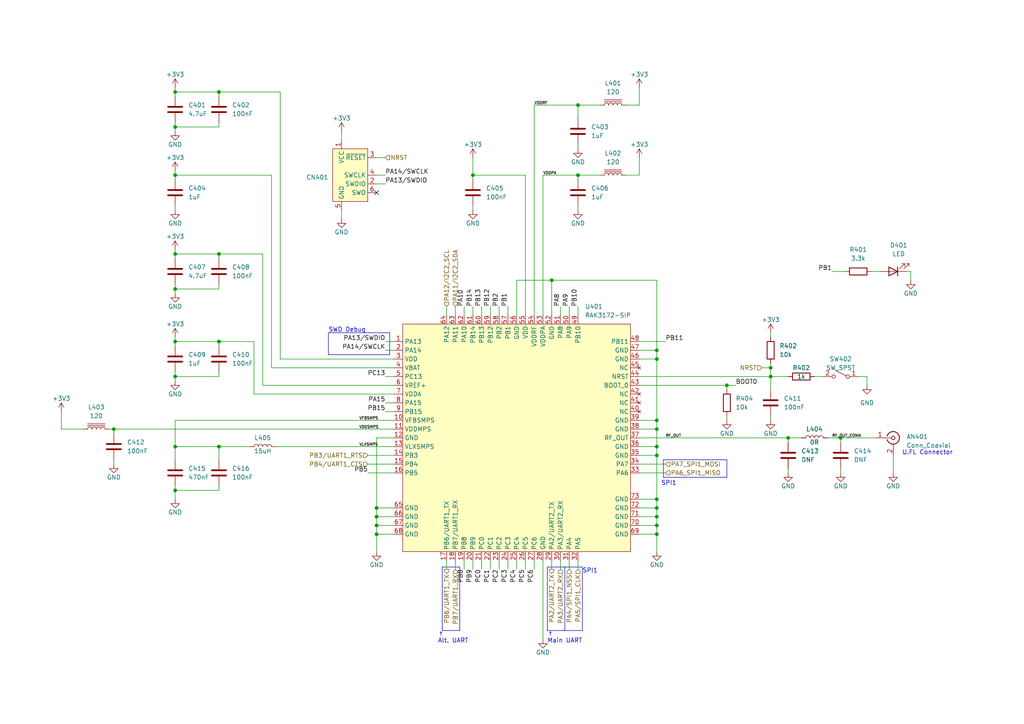
<source format=kicad_sch>
(kicad_sch (version 20230121) (generator eeschema)
  (paper "A4")
  (title_block (title "RAK3172 M.2 2230 Module") (date "2023-02-19") (rev "A"))
  (lib_symbols
    (symbol "Connector:Conn_ARM_SWD_TagConnect_TC2030-NL" (in_bom no)
      (property "Reference" "J" (at 2.54 11.43 0))
      (property "Value" "Conn_ARM_SWD_TagConnect_TC2030-NL" (at 2.54 8.89 0))
      (symbol "Conn_ARM_SWD_TagConnect_TC2030-NL_0_0"
        (pin power_in line (at -2.54 10.16 270) (length 2.54) (name "VCC") (number "1"))
        (pin bidirectional line (at 7.62 -2.54 180) (length 2.54) (name "SWDIO") (number "2"))
        (pin open_collector line (at 7.62 5.08 180) (length 2.54) (name "~{RESET}") (number "3"))
        (pin output line (at 7.62 0 180) (length 2.54) (name "SWCLK") (number "4"))
        (pin power_in line (at -2.54 -10.16 90) (length 2.54) (name "GND") (number "5"))
        (pin input line (at 7.62 -5.08 180) (length 2.54) (name "SWO") (number "6"))
      )
      (symbol "Conn_ARM_SWD_TagConnect_TC2030-NL_0_1"
        (rectangle (start -5.08 7.62) (end 5.08 -7.62) (fill (type background)))
      )
    )
    (symbol "Connector:Conn_Coaxial" (pin_names (offset 1.016) hide)
      (property "Reference" "J" (at 0.254 3.048 0))
      (property "Value" "Conn_Coaxial" (at 2.921 0 90))
      (symbol "Conn_Coaxial_0_1"
        (arc (start -1.778 -0.508) (mid 0.222 -1.808) (end 1.778 0) (stroke (width 0.254)))
        (polyline (pts (xy -2.54 0) (xy -0.508 0)))
        (polyline (pts (xy 0 -2.54) (xy 0 -1.778)))
        (circle (center 0 0) (radius 0.508) (stroke (width 0.2032)))
        (arc (start 1.778 0) (mid 0.222 1.8083) (end -1.778 0.508) (stroke (width 0.254)))
      )
      (symbol "Conn_Coaxial_1_1"
        (pin passive line (at -5.08 0 0) (length 2.54) (name "In") (number "1"))
        (pin passive line (at 0 -5.08 90) (length 2.54) (name "Ext") (number "2"))
      )
    )
    (symbol "Device:C" (pin_numbers hide) (pin_names (offset 0.254))
      (property "Reference" "C" (at 0.635 2.54 0))
      (property "Value" "C" (at 0.635 -2.54 0))
      (symbol "C_0_1"
        (polyline (pts (xy -2.032 -0.762) (xy 2.032 -0.762)) (stroke (width 0.508)))
        (polyline (pts (xy -2.032 0.762) (xy 2.032 0.762)) (stroke (width 0.508)))
      )
      (symbol "C_1_1"
        (pin passive line (at 0 3.81 270) (length 2.794) (name "~") (number "1"))
        (pin passive line (at 0 -3.81 90) (length 2.794) (name "~") (number "2"))
      )
    )
    (symbol "Device:L" (pin_numbers hide) (pin_names (offset 1.016) hide)
      (property "Reference" "L" (at -1.27 0 90))
      (property "Value" "L" (at 1.905 0 90))
      (symbol "L_0_1"
        (arc (start 0 -2.54) (mid 0.6323 -1.905) (end 0 -1.27))
        (arc (start 0 -1.27) (mid 0.6323 -0.635) (end 0 0))
        (arc (start 0 0) (mid 0.6323 0.635) (end 0 1.27))
        (arc (start 0 1.27) (mid 0.6323 1.905) (end 0 2.54))
      )
      (symbol "L_1_1"
        (pin passive line (at 0 3.81 270) (length 1.27) (name "1") (number "1"))
        (pin passive line (at 0 -3.81 90) (length 1.27) (name "2") (number "2"))
      )
    )
    (symbol "Device:LED" (pin_numbers hide) (pin_names (offset 1.016) hide)
      (property "Reference" "D" (at 0 2.54 0))
      (property "Value" "LED" (at 0 -2.54 0))
      (symbol "LED_0_1"
        (polyline (pts (xy -1.27 -1.27) (xy -1.27 1.27)) (stroke (width 0.254)))
        (polyline (pts (xy -1.27 0) (xy 1.27 0)))
        (polyline (pts (xy 1.27 -1.27) (xy 1.27 1.27) (xy -1.27 0) (xy 1.27 -1.27)) (stroke (width 0.254)))
        (polyline (pts (xy -3.048 -0.762) (xy -4.572 -2.286) (xy -3.81 -2.286) (xy -4.572 -2.286) (xy -4.572 -1.524)))
        (polyline (pts (xy -1.778 -0.762) (xy -3.302 -2.286) (xy -2.54 -2.286) (xy -3.302 -2.286) (xy -3.302 -1.524)))
      )
      (symbol "LED_1_1"
        (pin passive line (at -3.81 0 0) (length 2.54) (name "K") (number "1"))
        (pin passive line (at 3.81 0 180) (length 2.54) (name "A") (number "2"))
      )
    )
    (symbol "Device:L_Iron" (pin_numbers hide) (pin_names (offset 1.016) hide)
      (property "Reference" "L" (at -1.27 0 90))
      (property "Value" "L_Iron" (at 2.794 0 90))
      (symbol "L_Iron_0_1"
        (arc (start 0 -2.54) (mid 0.6323 -1.905) (end 0 -1.27))
        (arc (start 0 -1.27) (mid 0.6323 -0.635) (end 0 0))
        (polyline (pts (xy 1.016 2.54) (xy 1.016 -2.54)))
        (polyline (pts (xy 1.524 -2.54) (xy 1.524 2.54)))
        (arc (start 0 0) (mid 0.6323 0.635) (end 0 1.27))
        (arc (start 0 1.27) (mid 0.6323 1.905) (end 0 2.54))
      )
      (symbol "L_Iron_1_1"
        (pin passive line (at 0 3.81 270) (length 1.27) (name "1") (number "1"))
        (pin passive line (at 0 -3.81 90) (length 1.27) (name "2") (number "2"))
      )
    )
    (symbol "Device:R" (pin_numbers hide) (pin_names (offset 0))
      (property "Reference" "R" (at 2.032 0 90))
      (property "Value" "R" (at 0 0 90))
      (symbol "R_0_1"
        (rectangle (start -1.016 -2.54) (end 1.016 2.54) (stroke (width 0.254)))
      )
      (symbol "R_1_1"
        (pin passive line (at 0 3.81 270) (length 1.27) (name "~") (number "1"))
        (pin passive line (at 0 -3.81 90) (length 1.27) (name "~") (number "2"))
      )
    )
    (symbol "MyLibrary:RAK3172-SIP"
      (property "Reference" "U" (at 0 2.54 0))
      (property "Value" "RAK3172-SIP" (at 0 -2.54 0))
      (symbol "RAK3172-SIP_0_0"
        (pin input line (at -35.56 27.94 0) (length 2.54) (name "PA13") (number "1"))
        (pin input line (at -35.56 5.08 0) (length 2.54) (name "VFBSMPS") (number "10"))
        (pin power_in line (at -35.56 2.54 0) (length 2.54) (name "VDDMPS") (number "11"))
        (pin power_in line (at -35.56 0 0) (length 2.54) (name "GND") (number "12"))
        (pin power_out line (at -35.56 -2.54 0) (length 2.54) (name "VLXSMPS") (number "13"))
        (pin bidirectional line (at -35.56 -5.08 0) (length 2.54) (name "PB3") (number "14"))
        (pin bidirectional line (at -35.56 -7.62 0) (length 2.54) (name "PB4") (number "15"))
        (pin bidirectional line (at -35.56 -10.16 0) (length 2.54) (name "PB5") (number "16"))
        (pin bidirectional line (at -20.32 -35.56 90) (length 2.54) (name "PB6/UART1_TX") (number "17"))
        (pin bidirectional line (at -17.78 -35.56 90) (length 2.54) (name "PB7/UART1_RX") (number "18"))
        (pin bidirectional line (at -15.24 -35.56 90) (length 2.54) (name "PB8") (number "19"))
        (pin output line (at -35.56 25.4 0) (length 2.54) (name "PA14") (number "2"))
        (pin bidirectional line (at -12.7 -35.56 90) (length 2.54) (name "PB9") (number "20"))
        (pin bidirectional line (at -10.16 -35.56 90) (length 2.54) (name "PC0") (number "21"))
        (pin bidirectional line (at -7.62 -35.56 90) (length 2.54) (name "PC1") (number "22"))
        (pin bidirectional line (at -5.08 -35.56 90) (length 2.54) (name "PC2") (number "23"))
        (pin bidirectional line (at -2.54 -35.56 90) (length 2.54) (name "PC3") (number "24"))
        (pin bidirectional line (at 0 -35.56 90) (length 2.54) (name "PC4") (number "25"))
        (pin bidirectional line (at 2.54 -35.56 90) (length 2.54) (name "PC5") (number "26"))
        (pin bidirectional line (at 5.08 -35.56 90) (length 2.54) (name "PC6") (number "27"))
        (pin power_in line (at 7.62 -35.56 90) (length 2.54) (name "GND") (number "28"))
        (pin output line (at 10.16 -35.56 90) (length 2.54) (name "PA2/UART2_TX") (number "29"))
        (pin power_in line (at -35.56 22.86 0) (length 2.54) (name "VDD") (number "3"))
        (pin input line (at 12.7 -35.56 90) (length 2.54) (name "PA3/UART2_RX") (number "30"))
        (pin bidirectional line (at 15.24 -35.56 90) (length 2.54) (name "PA4") (number "31"))
        (pin bidirectional line (at 17.78 -35.56 90) (length 2.54) (name "PA5") (number "32"))
        (pin bidirectional line (at 35.56 -10.16 180) (length 2.54) (name "PA6") (number "33"))
        (pin bidirectional line (at 35.56 -7.62 180) (length 2.54) (name "PA7") (number "34"))
        (pin power_in line (at 35.56 -5.08 180) (length 2.54) (name "GND") (number "35"))
        (pin power_in line (at 35.56 -2.54 180) (length 2.54) (name "GND") (number "36"))
        (pin output line (at 35.56 0 180) (length 2.54) (name "RF_OUT") (number "37"))
        (pin power_in line (at 35.56 2.54 180) (length 2.54) (name "GND") (number "38"))
        (pin power_in line (at 35.56 5.08 180) (length 2.54) (name "GND") (number "39"))
        (pin power_in line (at -35.56 20.32 0) (length 2.54) (name "VBAT") (number "4"))
        (pin no_connect line (at 35.56 7.62 180) (length 2.54) (name "NC") (number "40"))
        (pin no_connect line (at 35.56 10.16 180) (length 2.54) (name "NC") (number "41"))
        (pin no_connect line (at 35.56 12.7 180) (length 2.54) (name "NC") (number "42"))
        (pin input line (at 35.56 15.24 180) (length 2.54) (name "BOOT_0") (number "43"))
        (pin input line (at 35.56 17.78 180) (length 2.54) (name "NRST") (number "44"))
        (pin no_connect line (at 35.56 20.32 180) (length 2.54) (name "NC") (number "45"))
        (pin power_in line (at 35.56 22.86 180) (length 2.54) (name "GND") (number "46"))
        (pin power_in line (at 35.56 25.4 180) (length 2.54) (name "GND") (number "47"))
        (pin bidirectional line (at 35.56 27.94 180) (length 2.54) (name "PB11") (number "48"))
        (pin bidirectional line (at 17.78 35.56 270) (length 2.54) (name "PB10") (number "49"))
        (pin bidirectional line (at -35.56 17.78 0) (length 2.54) (name "PC13") (number "5"))
        (pin bidirectional line (at 15.24 35.56 270) (length 2.54) (name "PA9") (number "50"))
        (pin bidirectional line (at 12.7 35.56 270) (length 2.54) (name "PA8") (number "51"))
        (pin power_in line (at 10.16 35.56 270) (length 2.54) (name "GND") (number "52"))
        (pin power_in line (at 7.62 35.56 270) (length 2.54) (name "VDDPA") (number "53"))
        (pin power_in line (at 5.08 35.56 270) (length 2.54) (name "VDDRF") (number "54"))
        (pin power_in line (at 2.54 35.56 270) (length 2.54) (name "VDD") (number "55"))
        (pin power_in line (at 0 35.56 270) (length 2.54) (name "GND") (number "56"))
        (pin bidirectional line (at -2.54 35.56 270) (length 2.54) (name "PB1") (number "57"))
        (pin bidirectional line (at -5.08 35.56 270) (length 2.54) (name "PB2") (number "58"))
        (pin bidirectional line (at -7.62 35.56 270) (length 2.54) (name "PB12") (number "59"))
        (pin power_in line (at -35.56 15.24 0) (length 2.54) (name "VREF+") (number "6"))
        (pin bidirectional line (at -10.16 35.56 270) (length 2.54) (name "PB13") (number "60"))
        (pin bidirectional line (at -12.7 35.56 270) (length 2.54) (name "PB14") (number "61"))
        (pin bidirectional line (at -15.24 35.56 270) (length 2.54) (name "PA10") (number "62"))
        (pin bidirectional line (at -17.78 35.56 270) (length 2.54) (name "PA11") (number "63"))
        (pin bidirectional line (at -20.32 35.56 270) (length 2.54) (name "PA12") (number "64"))
        (pin power_in line (at -35.56 -20.32 0) (length 2.54) (name "GND") (number "65"))
        (pin power_in line (at -35.56 -22.86 0) (length 2.54) (name "GND") (number "66"))
        (pin power_in line (at -35.56 -25.4 0) (length 2.54) (name "GND") (number "67"))
        (pin power_in line (at -35.56 -27.94 0) (length 2.54) (name "GND") (number "68"))
        (pin power_in line (at 35.56 -27.94 180) (length 2.54) (name "GND") (number "69"))
        (pin power_in line (at -35.56 12.7 0) (length 2.54) (name "VDDA") (number "7"))
        (pin power_in line (at 35.56 -25.4 180) (length 2.54) (name "GND") (number "70"))
        (pin power_in line (at 35.56 -22.86 180) (length 2.54) (name "GND") (number "71"))
        (pin power_in line (at 35.56 -20.32 180) (length 2.54) (name "GND") (number "72"))
        (pin power_in line (at 35.56 -17.78 180) (length 2.54) (name "GND") (number "73"))
        (pin bidirectional line (at -35.56 10.16 0) (length 2.54) (name "PA15") (number "8"))
        (pin bidirectional line (at -35.56 7.62 0) (length 2.54) (name "PB15") (number "9"))
      )
      (symbol "RAK3172-SIP_0_1"
        (rectangle (start -33.02 33.02) (end 33.02 -33.02) (fill (type background)))
      )
    )
    (symbol "Switch:SW_SPST" (pin_names (offset 0) hide)
      (property "Reference" "SW" (at 0 3.175 0))
      (property "Value" "SW_SPST" (at 0 -2.54 0))
      (symbol "SW_SPST_0_0"
        (circle (center -2.032 0) (radius 0.508))
        (polyline (pts (xy -1.524 0.254) (xy 1.524 1.778)))
        (circle (center 2.032 0) (radius 0.508))
      )
      (symbol "SW_SPST_1_1"
        (pin passive line (at -5.08 0 0) (length 2.54) (name "A") (number "1"))
        (pin passive line (at 5.08 0 180) (length 2.54) (name "B") (number "2"))
      )
    )
    (symbol "power:+3.3V" (power) (pin_names (offset 0))
      (property "Value" "+3.3V" (at 0 3.556 0))
      (symbol "+3.3V_0_1"
        (polyline (pts (xy -0.762 1.27) (xy 0 2.54)))
        (polyline (pts (xy 0 0) (xy 0 2.54)))
        (polyline (pts (xy 0 2.54) (xy 0.762 1.27)))
      )
      (symbol "+3.3V_1_1"
        (pin power_in line (at 0 0 90) (length 0) hide (name "+3V3") (number "1"))
      )
    )
    (symbol "power:GND" (power) (pin_names (offset 0))
      (property "Value" "GND" (at 0 -3.81 0))
      (symbol "GND_0_1"
        (polyline (pts (xy 0 0) (xy 0 -1.27) (xy 1.27 -1.27) (xy 0 -2.54) (xy -1.27 -1.27) (xy 0 -1.27)))
      )
      (symbol "GND_1_1"
        (pin power_in line (at 0 0 270) (length 0) hide (name "GND") (number "1"))
      )
    )
  )
  (junction (at 228.6 127))
  (junction (at 50.8 142.24))
  (junction (at 50.8 73.66))
  (junction (at 190.5 144.78))
  (junction (at 109.22 152.4))
  (junction (at 167.64 50.8))
  (junction (at 190.5 104.14))
  (junction (at 167.64 30.48))
  (junction (at 190.5 101.6))
  (junction (at 50.8 109.22))
  (junction (at 210.82 111.76))
  (junction (at 50.8 36.83))
  (junction (at 109.22 149.86))
  (junction (at 137.16 50.8))
  (junction (at 63.5 73.66))
  (junction (at 63.5 129.54))
  (junction (at 50.8 129.54))
  (junction (at 50.8 50.8))
  (junction (at 223.52 109.22))
  (junction (at 223.52 106.68))
  (junction (at 50.8 26.67))
  (junction (at 190.5 152.4))
  (junction (at 190.5 147.32))
  (junction (at 50.8 99.06))
  (junction (at 63.5 26.67))
  (junction (at 190.5 132.08))
  (junction (at 109.22 147.32))
  (junction (at 63.5 99.06))
  (junction (at 190.5 129.54))
  (junction (at 33.02 124.46))
  (junction (at 160.02 81.28))
  (junction (at 109.22 154.94))
  (junction (at 243.84 127))
  (junction (at 190.5 121.92))
  (junction (at 190.5 149.86))
  (junction (at 190.5 154.94))
  (junction (at 190.5 124.46))
  (junction (at 50.8 83.82))
  (no_connect (at 109.22 55.88))
  (wire (pts (xy 63.5 109.22) (xy 50.8 109.22)))
  (wire (pts (xy 210.82 111.76) (xy 210.82 113.03)))
  (wire (pts (xy 50.8 36.83) (xy 50.8 38.1)))
  (wire (pts (xy 252.73 78.74) (xy 255.27 78.74)))
  (wire (pts (xy 50.8 83.82) (xy 50.8 82.55)))
  (wire (pts (xy 162.56 162.56) (xy 162.56 165.1)))
  (wire (pts (xy 185.42 111.76) (xy 210.82 111.76)))
  (wire (pts (xy 152.4 162.56) (xy 152.4 165.1)))
  (wire (pts (xy 50.8 50.8) (xy 78.74 50.8)))
  (wire (pts (xy 149.86 81.28) (xy 160.02 81.28)))
  (wire (pts (xy 109.22 149.86) (xy 109.22 152.4)))
  (polyline (pts (xy 158.75 164.465) (xy 158.75 182.88)))
  (polyline (pts (xy 113.03 96.52) (xy 113.03 102.87)))
  (polyline (pts (xy 163.83 164.465) (xy 158.75 164.465)))
  (wire (pts (xy 106.68 134.62) (xy 114.3 134.62)))
  (wire (pts (xy 240.03 127) (xy 243.84 127)))
  (wire (pts (xy 63.5 27.94) (xy 63.5 26.67)))
  (wire (pts (xy 137.16 162.56) (xy 137.16 165.1)))
  (wire (pts (xy 167.64 50.8) (xy 167.64 52.07)))
  (wire (pts (xy 223.52 106.68) (xy 223.52 109.22)))
  (polyline (pts (xy 192.405 133.35) (xy 192.405 138.43)))
  (wire (pts (xy 109.22 45.72) (xy 111.76 45.72)))
  (wire (pts (xy 129.54 88.9) (xy 129.54 91.44)))
  (wire (pts (xy 228.6 127) (xy 232.41 127)))
  (wire (pts (xy 167.64 50.8) (xy 157.48 50.8)))
  (wire (pts (xy 142.24 162.56) (xy 142.24 165.1)))
  (wire (pts (xy 167.64 30.48) (xy 167.64 34.29)))
  (wire (pts (xy 63.5 26.67) (xy 81.28 26.67)))
  (wire (pts (xy 190.5 144.78) (xy 190.5 147.32)))
  (wire (pts (xy 50.8 142.24) (xy 50.8 144.78)))
  (wire (pts (xy 50.8 73.66) (xy 50.8 74.93)))
  (wire (pts (xy 152.4 50.8) (xy 152.4 91.44)))
  (wire (pts (xy 167.64 41.91) (xy 167.64 43.18)))
  (polyline (pts (xy 168.91 164.465) (xy 168.91 182.88)))
  (wire (pts (xy 139.7 162.56) (xy 139.7 165.1)))
  (wire (pts (xy 190.5 101.6) (xy 190.5 104.14)))
  (wire (pts (xy 185.42 134.62) (xy 193.04 134.62)))
  (wire (pts (xy 238.76 109.22) (xy 236.22 109.22)))
  (wire (pts (xy 132.08 162.56) (xy 132.08 165.1)))
  (wire (pts (xy 109.22 154.94) (xy 109.22 160.02)))
  (wire (pts (xy 167.64 88.9) (xy 167.64 91.44)))
  (wire (pts (xy 78.74 50.8) (xy 78.74 106.68)))
  (wire (pts (xy 259.08 132.08) (xy 259.08 137.16)))
  (wire (pts (xy 243.84 135.89) (xy 243.84 137.16)))
  (wire (pts (xy 33.02 124.46) (xy 114.3 124.46)))
  (wire (pts (xy 157.48 50.8) (xy 157.48 91.44)))
  (wire (pts (xy 50.8 97.79) (xy 50.8 99.06)))
  (wire (pts (xy 228.6 135.89) (xy 228.6 137.16)))
  (wire (pts (xy 80.01 129.54) (xy 114.3 129.54)))
  (wire (pts (xy 137.16 59.69) (xy 137.16 60.96)))
  (wire (pts (xy 185.42 129.54) (xy 190.5 129.54)))
  (wire (pts (xy 106.68 132.08) (xy 114.3 132.08)))
  (wire (pts (xy 109.22 149.86) (xy 114.3 149.86)))
  (wire (pts (xy 63.5 99.06) (xy 50.8 99.06)))
  (wire (pts (xy 154.94 162.56) (xy 154.94 165.1)))
  (polyline (pts (xy 192.405 133.35) (xy 210.82 133.35)))
  (wire (pts (xy 144.78 88.9) (xy 144.78 91.44)))
  (wire (pts (xy 50.8 49.53) (xy 50.8 50.8)))
  (wire (pts (xy 137.16 50.8) (xy 137.16 52.07)))
  (wire (pts (xy 185.42 127) (xy 228.6 127)))
  (wire (pts (xy 185.42 45.72) (xy 185.42 50.8)))
  (wire (pts (xy 262.89 78.74) (xy 264.16 78.74)))
  (polyline (pts (xy 163.83 164.465) (xy 168.91 164.465)))
  (wire (pts (xy 223.52 96.52) (xy 223.52 97.79)))
  (wire (pts (xy 223.52 109.22) (xy 228.6 109.22)))
  (wire (pts (xy 50.8 26.67) (xy 50.8 27.94)))
  (wire (pts (xy 149.86 162.56) (xy 149.86 165.1)))
  (polyline (pts (xy 95.25 96.52) (xy 113.03 96.52)))
  (wire (pts (xy 63.5 36.83) (xy 50.8 36.83)))
  (wire (pts (xy 154.94 30.48) (xy 154.94 91.44)))
  (wire (pts (xy 50.8 72.39) (xy 50.8 73.66)))
  (wire (pts (xy 160.02 81.28) (xy 190.5 81.28)))
  (wire (pts (xy 167.64 59.69) (xy 167.64 60.96)))
  (polyline (pts (xy 133.35 164.465) (xy 128.27 164.465)))
  (polyline (pts (xy 192.405 138.43) (xy 210.82 138.43)))
  (wire (pts (xy 31.75 124.46) (xy 33.02 124.46)))
  (wire (pts (xy 63.5 140.97) (xy 63.5 142.24)))
  (wire (pts (xy 185.42 132.08) (xy 190.5 132.08)))
  (wire (pts (xy 63.5 129.54) (xy 63.5 133.35)))
  (wire (pts (xy 33.02 133.35) (xy 33.02 134.62)))
  (wire (pts (xy 63.5 107.95) (xy 63.5 109.22)))
  (wire (pts (xy 111.76 99.06) (xy 114.3 99.06)))
  (wire (pts (xy 185.42 99.06) (xy 193.04 99.06)))
  (wire (pts (xy 129.54 162.56) (xy 129.54 165.1)))
  (wire (pts (xy 190.5 121.92) (xy 190.5 124.46)))
  (wire (pts (xy 50.8 36.83) (xy 50.8 35.56)))
  (wire (pts (xy 63.5 83.82) (xy 50.8 83.82)))
  (wire (pts (xy 114.3 127) (xy 109.22 127)))
  (wire (pts (xy 99.06 60.96) (xy 99.06 63.5)))
  (wire (pts (xy 220.98 106.68) (xy 223.52 106.68)))
  (wire (pts (xy 63.5 142.24) (xy 50.8 142.24)))
  (wire (pts (xy 228.6 127) (xy 228.6 128.27)))
  (wire (pts (xy 63.5 82.55) (xy 63.5 83.82)))
  (wire (pts (xy 63.5 35.56) (xy 63.5 36.83)))
  (wire (pts (xy 50.8 140.97) (xy 50.8 142.24)))
  (wire (pts (xy 160.02 81.28) (xy 160.02 91.44)))
  (wire (pts (xy 33.02 124.46) (xy 33.02 125.73)))
  (wire (pts (xy 185.42 144.78) (xy 190.5 144.78)))
  (wire (pts (xy 81.28 104.14) (xy 114.3 104.14)))
  (wire (pts (xy 63.5 129.54) (xy 72.39 129.54)))
  (wire (pts (xy 243.84 127) (xy 254 127)))
  (wire (pts (xy 76.2 73.66) (xy 76.2 111.76)))
  (wire (pts (xy 185.42 101.6) (xy 190.5 101.6)))
  (wire (pts (xy 73.66 99.06) (xy 73.66 114.3)))
  (wire (pts (xy 210.82 111.76) (xy 213.36 111.76)))
  (wire (pts (xy 139.7 88.9) (xy 139.7 91.44)))
  (wire (pts (xy 109.22 127) (xy 109.22 147.32)))
  (wire (pts (xy 185.42 147.32) (xy 190.5 147.32)))
  (wire (pts (xy 109.22 147.32) (xy 114.3 147.32)))
  (polyline (pts (xy 158.75 182.88) (xy 163.83 182.88)))
  (wire (pts (xy 50.8 109.22) (xy 50.8 110.49)))
  (wire (pts (xy 185.42 124.46) (xy 190.5 124.46)))
  (wire (pts (xy 223.52 105.41) (xy 223.52 106.68)))
  (wire (pts (xy 167.64 162.56) (xy 167.64 165.1)))
  (wire (pts (xy 185.42 154.94) (xy 190.5 154.94)))
  (wire (pts (xy 50.8 129.54) (xy 63.5 129.54)))
  (polyline (pts (xy 168.91 182.88) (xy 163.83 182.88)))
  (wire (pts (xy 190.5 147.32) (xy 190.5 149.86)))
  (polyline (pts (xy 128.27 182.88) (xy 133.35 182.88)))
  (wire (pts (xy 50.8 109.22) (xy 50.8 107.95)))
  (wire (pts (xy 63.5 26.67) (xy 50.8 26.67)))
  (wire (pts (xy 137.16 45.72) (xy 137.16 50.8)))
  (polyline (pts (xy 128.27 164.465) (xy 128.27 182.88)))
  (wire (pts (xy 190.5 124.46) (xy 190.5 129.54)))
  (wire (pts (xy 109.22 53.34) (xy 111.76 53.34)))
  (wire (pts (xy 149.86 91.44) (xy 149.86 81.28)))
  (wire (pts (xy 147.32 88.9) (xy 147.32 91.44)))
  (wire (pts (xy 111.76 119.38) (xy 114.3 119.38)))
  (wire (pts (xy 111.76 109.22) (xy 114.3 109.22)))
  (wire (pts (xy 223.52 120.65) (xy 223.52 121.92)))
  (wire (pts (xy 17.78 119.38) (xy 17.78 124.46)))
  (wire (pts (xy 144.78 162.56) (xy 144.78 165.1)))
  (wire (pts (xy 165.1 162.56) (xy 165.1 165.1)))
  (wire (pts (xy 173.99 30.48) (xy 167.64 30.48)))
  (polyline (pts (xy 95.25 102.87) (xy 95.25 96.52)))
  (wire (pts (xy 81.28 26.67) (xy 81.28 104.14)))
  (wire (pts (xy 264.16 78.74) (xy 264.16 81.28)))
  (wire (pts (xy 109.22 152.4) (xy 114.3 152.4)))
  (wire (pts (xy 190.5 129.54) (xy 190.5 132.08)))
  (wire (pts (xy 50.8 121.92) (xy 50.8 129.54)))
  (wire (pts (xy 134.62 162.56) (xy 134.62 165.1)))
  (wire (pts (xy 185.42 30.48) (xy 181.61 30.48)))
  (wire (pts (xy 109.22 147.32) (xy 109.22 149.86)))
  (wire (pts (xy 190.5 152.4) (xy 190.5 154.94)))
  (wire (pts (xy 99.06 38.1) (xy 99.06 40.64)))
  (wire (pts (xy 17.78 124.46) (xy 24.13 124.46)))
  (wire (pts (xy 157.48 162.56) (xy 157.48 185.42)))
  (wire (pts (xy 185.42 137.16) (xy 193.04 137.16)))
  (wire (pts (xy 109.22 50.8) (xy 111.76 50.8)))
  (wire (pts (xy 165.1 88.9) (xy 165.1 91.44)))
  (polyline (pts (xy 163.83 164.465) (xy 163.83 182.88)))
  (wire (pts (xy 63.5 73.66) (xy 76.2 73.66)))
  (wire (pts (xy 154.94 30.48) (xy 167.64 30.48)))
  (wire (pts (xy 185.42 109.22) (xy 223.52 109.22)))
  (wire (pts (xy 190.5 149.86) (xy 190.5 152.4)))
  (wire (pts (xy 185.42 149.86) (xy 190.5 149.86)))
  (wire (pts (xy 50.8 99.06) (xy 50.8 100.33)))
  (wire (pts (xy 111.76 116.84) (xy 114.3 116.84)))
  (wire (pts (xy 114.3 121.92) (xy 50.8 121.92)))
  (wire (pts (xy 76.2 111.76) (xy 114.3 111.76)))
  (wire (pts (xy 63.5 74.93) (xy 63.5 73.66)))
  (wire (pts (xy 251.46 109.22) (xy 251.46 111.76)))
  (wire (pts (xy 63.5 99.06) (xy 73.66 99.06)))
  (wire (pts (xy 160.02 162.56) (xy 160.02 165.1)))
  (wire (pts (xy 190.5 104.14) (xy 190.5 121.92)))
  (wire (pts (xy 50.8 129.54) (xy 50.8 133.35)))
  (wire (pts (xy 181.61 50.8) (xy 185.42 50.8)))
  (wire (pts (xy 190.5 132.08) (xy 190.5 144.78)))
  (polyline (pts (xy 113.03 102.87) (xy 95.25 102.87)))
  (wire (pts (xy 190.5 154.94) (xy 190.5 160.02)))
  (wire (pts (xy 142.24 88.9) (xy 142.24 91.44)))
  (wire (pts (xy 223.52 109.22) (xy 223.52 113.03)))
  (wire (pts (xy 241.3 78.74) (xy 245.11 78.74)))
  (wire (pts (xy 162.56 88.9) (xy 162.56 91.44)))
  (wire (pts (xy 109.22 152.4) (xy 109.22 154.94)))
  (wire (pts (xy 190.5 81.28) (xy 190.5 101.6)))
  (wire (pts (xy 50.8 59.69) (xy 50.8 60.96)))
  (wire (pts (xy 50.8 25.4) (xy 50.8 26.67)))
  (wire (pts (xy 50.8 50.8) (xy 50.8 52.07)))
  (wire (pts (xy 210.82 120.65) (xy 210.82 121.92)))
  (wire (pts (xy 50.8 83.82) (xy 50.8 85.09)))
  (wire (pts (xy 248.92 109.22) (xy 251.46 109.22)))
  (polyline (pts (xy 210.82 138.43) (xy 210.82 133.35)))
  (wire (pts (xy 111.76 101.6) (xy 114.3 101.6)))
  (wire (pts (xy 137.16 50.8) (xy 152.4 50.8)))
  (wire (pts (xy 106.68 137.16) (xy 114.3 137.16)))
  (wire (pts (xy 78.74 106.68) (xy 114.3 106.68)))
  (wire (pts (xy 185.42 104.14) (xy 190.5 104.14)))
  (wire (pts (xy 63.5 73.66) (xy 50.8 73.66)))
  (wire (pts (xy 243.84 127) (xy 243.84 128.27)))
  (wire (pts (xy 132.08 88.9) (xy 132.08 91.44)))
  (wire (pts (xy 73.66 114.3) (xy 114.3 114.3)))
  (wire (pts (xy 185.42 152.4) (xy 190.5 152.4)))
  (wire (pts (xy 185.42 25.4) (xy 185.42 30.48)))
  (wire (pts (xy 137.16 88.9) (xy 137.16 91.44)))
  (wire (pts (xy 173.99 50.8) (xy 167.64 50.8)))
  (polyline (pts (xy 133.35 164.465) (xy 133.35 182.88)))
  (wire (pts (xy 109.22 154.94) (xy 114.3 154.94)))
  (wire (pts (xy 185.42 121.92) (xy 190.5 121.92)))
  (wire (pts (xy 134.62 88.9) (xy 134.62 91.44)))
  (wire (pts (xy 63.5 99.06) (xy 63.5 100.33)))
  (wire (pts (xy 147.32 162.56) (xy 147.32 165.1)))
  (text "U.FL Connector" (at 261.62 132.08 0) (effects (font (size 1.27 1.27)) (justify left bottom)))
  (text "SPI1" (at 191.77 140.97 0) (effects (font (size 1.27 1.27)) (justify left bottom)))
  (text "↑\nMain UART" (at 158.75 186.69 0) (effects (font (size 1.27 1.27)) (justify left bottom)))
  (text "SWD Debug" (at 95.25 96.52 0) (effects (font (size 1.27 1.27)) (justify left bottom)))
  (text "SPI1" (at 168.91 166.37 0) (effects (font (size 1.27 1.27)) (justify left bottom)))
  (text "↑\nAlt. UART" (at 127 186.69 0) (effects (font (size 1.27 1.27)) (justify left bottom)))
  (label "PC2" (at 144.78 165.1 270))
  (label "VDDRF" (at 154.94 30.48 0) (effects (font (size 0.8 0.8))))
  (label "PB15" (at 111.76 119.38 180))
  (label "PC6" (at 154.94 165.1 270))
  (label "PB12" (at 142.24 88.9 90))
  (label "PA8" (at 162.56 88.9 90))
  (label "PA10" (at 134.62 88.9 90))
  (label "PB10" (at 167.64 88.9 90))
  (label "VFBSMPS" (at 104.14 121.92 0) (effects (font (size 0.8 0.8))))
  (label "RF_OUT_CONN" (at 241.3 127 0) (effects (font (size 0.8 0.8))))
  (label "PB9" (at 137.16 165.1 270))
  (label "PB5" (at 106.68 137.16 180))
  (label "PC5" (at 152.4 165.1 270))
  (label "PB11" (at 193.04 99.06 0))
  (label "PB13" (at 139.7 88.9 90))
  (label "PA13{slash}SWDIO" (at 111.76 99.06 180))
  (label "PA15" (at 111.76 116.84 180))
  (label "VDDSMPS" (at 104.14 124.46 0) (effects (font (size 0.8 0.8))))
  (label "PC4" (at 149.86 165.1 270))
  (label "PB1" (at 147.32 88.9 90))
  (label "PB14" (at 137.16 88.9 90))
  (label "PC0" (at 139.7 165.1 270))
  (label "PA14{slash}SWCLK" (at 111.76 50.8 0))
  (label "PA9" (at 165.1 88.9 90))
  (label "PA13{slash}SWDIO" (at 111.76 53.34 0))
  (label "PC3" (at 147.32 165.1 270))
  (label "PA14{slash}SWCLK" (at 111.76 101.6 180))
  (label "PC13" (at 111.76 109.22 180))
  (label "PC1" (at 142.24 165.1 270))
  (label "BOOT0" (at 213.36 111.76 0))
  (label "PB2" (at 144.78 88.9 90))
  (label "VDDPA" (at 157.48 50.8 0) (effects (font (size 0.8 0.8))))
  (label "PB8" (at 134.62 165.1 270))
  (label "VLXSMPS" (at 104.14 129.54 0) (effects (font (size 0.8 0.8))))
  (label "PB1" (at 241.3 78.74 180))
  (label "RF_OUT" (at 193.04 127 0) (effects (font (size 0.8 0.8))))
  (hierarchical_label "PA6_SPI1_MISO" (shape input) (at 193.04 137.16 0))
  (hierarchical_label "PA2{slash}UART2_TX" (shape output) (at 160.02 165.1 270))
  (hierarchical_label "NRST" (shape input) (at 111.76 45.72 0))
  (hierarchical_label "PB3{slash}UART1_RTS" (shape input) (at 106.68 132.08 180))
  (hierarchical_label "PA12{slash}I2C2_SCL" (shape input) (at 129.54 88.9 90))
  (hierarchical_label "PA3{slash}UART2_RX" (shape input) (at 162.56 165.1 270))
  (hierarchical_label "PB6{slash}UART1_TX" (shape output) (at 129.54 165.1 270))
  (hierarchical_label "PA4{slash}SPI1_NSS" (shape input) (at 165.1 165.1 270))
  (hierarchical_label "NRST" (shape input) (at 220.98 106.68 180))
  (hierarchical_label "PA7_SPI1_MOSI" (shape input) (at 193.04 134.62 0))
  (hierarchical_label "PB4{slash}UART1_CTS" (shape input) (at 106.68 134.62 180))
  (hierarchical_label "PA11{slash}I2C2_SDA" (shape input) (at 132.08 88.9 90))
  (hierarchical_label "PA5{slash}SPI1_CLK" (shape input) (at 167.64 165.1 270))
  (hierarchical_label "PB7{slash}UART1_RX" (shape input) (at 132.08 165.1 270))
  (symbol (lib_id "power:GND") (at 264.16 81.28 0) (unit 1)
    (property "Reference" "#PWR0415" (effects hide))
    (property "Value" "GND" (at 264.16 85.09 0))
    (instances (project "Quad_RAK3172_Board" (path "" (reference "#PWR0415") (unit 1)) (path "" (reference "#PWR0515") (unit 1)) (path "" (reference "#PWR0615") (unit 1)) (path "" (reference "#PWR0715") (unit 1))) (project "RAK3172-M.2-2230-Mod" (path "" (reference "#PWR0215") (unit 1))))
  )
  (symbol (lib_id "Connector:Conn_Coaxial") (at 259.08 127 0) (unit 1)
    (property "Reference" "AN401" (at 262.89 126.6582 0) (effects (justify left)))
    (property "Value" "Conn_Coaxial" (at 262.89 129.1982 0) (effects (justify left)))
    (property "Footprint" "Connector_Coaxial:U.FL_Hirose_U.FL-R-SMT-1_Vertical" (effects hide))
    (property "Datasheet" " ~" (effects hide))
    (instances (project "Quad_RAK3172_Board" (path "" (reference "AN401") (unit 1)) (path "" (reference "AN503") (unit 1)) (path "" (reference "AN603") (unit 1)) (path "" (reference "AN703") (unit 1))) (project "RAK3172-M.2-2230-Mod" (path "" (reference "AN201") (unit 1))))
  )
  (symbol (lib_id "Device:C") (at 167.64 55.88 0) (unit 1)
    (property "Reference" "C406" (at 171.45 54.6099 0) (effects (justify left)))
    (property "Value" "1uF" (at 171.45 57.1499 0) (effects (justify left)))
    (property "Footprint" "Capacitor_SMD:C_0402_1005Metric" (effects hide))
    (instances (project "Quad_RAK3172_Board" (path "" (reference "C406") (unit 1)) (path "" (reference "C506") (unit 1)) (path "" (reference "C606") (unit 1)) (path "" (reference "C706") (unit 1))) (project "RAK3172-M.2-2230-Mod" (path "" (reference "C206") (unit 1))))
  )
  (symbol (lib_id "power:GND") (at 33.02 134.62 0) (unit 1)
    (property "Reference" "#PWR0424" (effects hide))
    (property "Value" "GND" (at 33.02 138.43 0))
    (instances (project "Quad_RAK3172_Board" (path "" (reference "#PWR0424") (unit 1)) (path "" (reference "#PWR0524") (unit 1)) (path "" (reference "#PWR0624") (unit 1)) (path "" (reference "#PWR0724") (unit 1))) (project "RAK3172-M.2-2230-Mod" (path "" (reference "#PWR0224") (unit 1))))
  )
  (symbol (lib_id "power:GND") (at 228.6 137.16 0) (unit 1)
    (property "Reference" "#PWR0425" (effects hide))
    (property "Value" "GND" (at 228.6 140.97 0))
    (instances (project "Quad_RAK3172_Board" (path "" (reference "#PWR0425") (unit 1)) (path "" (reference "#PWR0525") (unit 1)) (path "" (reference "#PWR0625") (unit 1)) (path "" (reference "#PWR0725") (unit 1))) (project "RAK3172-M.2-2230-Mod" (path "" (reference "#PWR0225") (unit 1))))
  )
  (symbol (lib_id "power:+3.3V") (at 17.78 119.38 0) (unit 1)
    (property "Reference" "#PWR0421" (effects hide))
    (property "Value" "+3.3V" (at 17.78 115.57 0))
    (instances (project "Quad_RAK3172_Board" (path "" (reference "#PWR0421") (unit 1)) (path "" (reference "#PWR0521") (unit 1)) (path "" (reference "#PWR0621") (unit 1)) (path "" (reference "#PWR0721") (unit 1))) (project "RAK3172-M.2-2230-Mod" (path "" (reference "#PWR0221") (unit 1))))
  )
  (symbol (lib_id "power:GND") (at 50.8 110.49 0) (unit 1)
    (property "Reference" "#PWR0419" (effects hide))
    (property "Value" "GND" (at 50.8 114.3 0))
    (instances (project "Quad_RAK3172_Board" (path "" (reference "#PWR0419") (unit 1)) (path "" (reference "#PWR0519") (unit 1)) (path "" (reference "#PWR0619") (unit 1)) (path "" (reference "#PWR0719") (unit 1))) (project "RAK3172-M.2-2230-Mod" (path "" (reference "#PWR0219") (unit 1))))
  )
  (symbol (lib_id "Device:L_Iron") (at 177.8 30.48 90) (unit 1)
    (property "Reference" "L401" (at 177.8 24.13 90))
    (property "Value" "120" (at 177.8 26.67 90))
    (property "Footprint" "Inductor_SMD:L_0603_1608Metric" (effects hide))
    (instances (project "Quad_RAK3172_Board" (path "" (reference "L401") (unit 1)) (path "" (reference "L501") (unit 1)) (path "" (reference "L601") (unit 1)) (path "" (reference "L701") (unit 1))) (project "RAK3172-M.2-2230-Mod" (path "" (reference "L201") (unit 1))))
  )
  (symbol (lib_id "Device:C") (at 50.8 31.75 0) (unit 1)
    (property "Reference" "C401" (at 54.61 30.4799 0) (effects (justify left)))
    (property "Value" "4.7uF" (at 54.61 33.0199 0) (effects (justify left)))
    (property "Footprint" "Capacitor_SMD:C_0402_1005Metric" (effects hide))
    (instances (project "Quad_RAK3172_Board" (path "" (reference "C401") (unit 1)) (path "" (reference "C501") (unit 1)) (path "" (reference "C601") (unit 1)) (path "" (reference "C701") (unit 1))) (project "RAK3172-M.2-2230-Mod" (path "" (reference "C201") (unit 1))))
  )
  (symbol (lib_id "Device:C") (at 137.16 55.88 0) (unit 1)
    (property "Reference" "C405" (at 140.97 54.6099 0) (effects (justify left)))
    (property "Value" "100nF" (at 140.97 57.1499 0) (effects (justify left)))
    (property "Footprint" "Capacitor_SMD:C_0402_1005Metric" (effects hide))
    (instances (project "Quad_RAK3172_Board" (path "" (reference "C405") (unit 1)) (path "" (reference "C505") (unit 1)) (path "" (reference "C605") (unit 1)) (path "" (reference "C705") (unit 1))) (project "RAK3172-M.2-2230-Mod" (path "" (reference "C205") (unit 1))))
  )
  (symbol (lib_id "power:GND") (at 259.08 137.16 0) (unit 1)
    (property "Reference" "#PWR0427" (effects hide))
    (property "Value" "GND" (at 259.08 140.97 0))
    (instances (project "Quad_RAK3172_Board" (path "" (reference "#PWR0427") (unit 1)) (path "" (reference "#PWR0527") (unit 1)) (path "" (reference "#PWR0627") (unit 1)) (path "" (reference "#PWR0727") (unit 1))) (project "RAK3172-M.2-2230-Mod" (path "" (reference "#PWR0227") (unit 1))))
  )
  (symbol (lib_id "power:+3.3V") (at 185.42 25.4 0) (unit 1)
    (property "Reference" "#PWR0402" (effects hide))
    (property "Value" "+3.3V" (at 185.42 21.59 0))
    (instances (project "Quad_RAK3172_Board" (path "" (reference "#PWR0402") (unit 1)) (path "" (reference "#PWR0502") (unit 1)) (path "" (reference "#PWR0602") (unit 1)) (path "" (reference "#PWR0702") (unit 1))) (project "RAK3172-M.2-2230-Mod" (path "" (reference "#PWR0202") (unit 1))))
  )
  (symbol (lib_id "power:+3.3V") (at 50.8 97.79 0) (unit 1)
    (property "Reference" "#PWR0418" (effects hide))
    (property "Value" "+3.3V" (at 50.8 93.98 0))
    (instances (project "Quad_RAK3172_Board" (path "" (reference "#PWR0418") (unit 1)) (path "" (reference "#PWR0518") (unit 1)) (path "" (reference "#PWR0618") (unit 1)) (path "" (reference "#PWR0718") (unit 1))) (project "RAK3172-M.2-2230-Mod" (path "" (reference "#PWR0218") (unit 1))))
  )
  (symbol (lib_id "power:GND") (at 210.82 121.92 0) (unit 1)
    (property "Reference" "#PWR0422" (effects hide))
    (property "Value" "GND" (at 210.82 125.73 0))
    (instances (project "Quad_RAK3172_Board" (path "" (reference "#PWR0422") (unit 1)) (path "" (reference "#PWR0522") (unit 1)) (path "" (reference "#PWR0622") (unit 1)) (path "" (reference "#PWR0722") (unit 1))) (project "RAK3172-M.2-2230-Mod" (path "" (reference "#PWR0222") (unit 1))))
  )
  (symbol (lib_id "Device:C") (at 50.8 78.74 0) (unit 1)
    (property "Reference" "C407" (at 54.61 77.4699 0) (effects (justify left)))
    (property "Value" "4.7uF" (at 54.61 80.0099 0) (effects (justify left)))
    (property "Footprint" "Capacitor_SMD:C_0402_1005Metric" (effects hide))
    (instances (project "Quad_RAK3172_Board" (path "" (reference "C407") (unit 1)) (path "" (reference "C507") (unit 1)) (path "" (reference "C607") (unit 1)) (path "" (reference "C707") (unit 1))) (project "RAK3172-M.2-2230-Mod" (path "" (reference "C207") (unit 1))))
  )
  (symbol (lib_id "Device:C") (at 63.5 104.14 0) (unit 1)
    (property "Reference" "C410" (at 67.31 102.8699 0) (effects (justify left)))
    (property "Value" "100nF" (at 67.31 105.4099 0) (effects (justify left)))
    (property "Footprint" "Capacitor_SMD:C_0402_1005Metric" (effects hide))
    (instances (project "Quad_RAK3172_Board" (path "" (reference "C410") (unit 1)) (path "" (reference "C510") (unit 1)) (path "" (reference "C610") (unit 1)) (path "" (reference "C710") (unit 1))) (project "RAK3172-M.2-2230-Mod" (path "" (reference "C210") (unit 1))))
  )
  (symbol (lib_id "power:GND") (at 223.52 121.92 0) (unit 1)
    (property "Reference" "#PWR0423" (effects hide))
    (property "Value" "GND" (at 223.52 125.73 0))
    (instances (project "Quad_RAK3172_Board" (path "" (reference "#PWR0423") (unit 1)) (path "" (reference "#PWR0523") (unit 1)) (path "" (reference "#PWR0623") (unit 1)) (path "" (reference "#PWR0723") (unit 1))) (project "RAK3172-M.2-2230-Mod" (path "" (reference "#PWR0223") (unit 1))))
  )
  (symbol (lib_id "Device:L_Iron") (at 177.8 50.8 90) (unit 1)
    (property "Reference" "L402" (at 177.8 44.45 90))
    (property "Value" "120" (at 177.8 46.99 90))
    (property "Footprint" "Inductor_SMD:L_0603_1608Metric" (effects hide))
    (instances (project "Quad_RAK3172_Board" (path "" (reference "L402") (unit 1)) (path "" (reference "L502") (unit 1)) (path "" (reference "L602") (unit 1)) (path "" (reference "L702") (unit 1))) (project "RAK3172-M.2-2230-Mod" (path "" (reference "L202") (unit 1))))
  )
  (symbol (lib_id "power:+3.3V") (at 185.42 45.72 0) (unit 1)
    (property "Reference" "#PWR0407" (effects hide))
    (property "Value" "+3.3V" (at 185.42 41.91 0))
    (instances (project "Quad_RAK3172_Board" (path "" (reference "#PWR0407") (unit 1)) (path "" (reference "#PWR0507") (unit 1)) (path "" (reference "#PWR0607") (unit 1)) (path "" (reference "#PWR0707") (unit 1))) (project "RAK3172-M.2-2230-Mod" (path "" (reference "#PWR0207") (unit 1))))
  )
  (symbol (lib_id "Device:L_Iron") (at 27.94 124.46 90) (unit 1)
    (property "Reference" "L403" (at 27.94 118.11 90))
    (property "Value" "120" (at 27.94 120.65 90))
    (property "Footprint" "Inductor_SMD:L_0603_1608Metric" (effects hide))
    (instances (project "Quad_RAK3172_Board" (path "" (reference "L403") (unit 1)) (path "" (reference "L503") (unit 1)) (path "" (reference "L603") (unit 1)) (path "" (reference "L703") (unit 1))) (project "RAK3172-M.2-2230-Mod" (path "" (reference "L203") (unit 1))))
  )
  (symbol (lib_id "Device:C") (at 33.02 129.54 0) (unit 1)
    (property "Reference" "C412" (at 36.83 128.2699 0) (effects (justify left)))
    (property "Value" "100nF" (at 36.83 130.8099 0) (effects (justify left)))
    (property "Footprint" "Capacitor_SMD:C_0402_1005Metric" (effects hide))
    (instances (project "Quad_RAK3172_Board" (path "" (reference "C412") (unit 1)) (path "" (reference "C512") (unit 1)) (path "" (reference "C612") (unit 1)) (path "" (reference "C712") (unit 1))) (project "RAK3172-M.2-2230-Mod" (path "" (reference "C212") (unit 1))))
  )
  (symbol (lib_id "Device:L") (at 236.22 127 90) (unit 1)
    (property "Reference" "L404" (at 236.22 124.46 90))
    (property "Value" "0R" (at 236.22 128.27 90))
    (property "Footprint" "Inductor_SMD:L_0402_1005Metric" (effects hide))
    (instances (project "Quad_RAK3172_Board" (path "" (reference "L404") (unit 1)) (path "" (reference "L504") (unit 1)) (path "" (reference "L604") (unit 1)) (path "" (reference "L704") (unit 1))) (project "RAK3172-M.2-2230-Mod" (path "" (reference "L204") (unit 1))))
  )
  (symbol (lib_id "Switch:SW_SPST") (at 243.84 109.22 0) (mirror y) (unit 1)
    (property "Reference" "SW402" (at 243.84 104.14 0))
    (property "Value" "SW_SPST" (at 243.84 106.68 0))
    (property "Footprint" "Button_Switch_SMD:SW_SPST_B3U-1000P-B" (effects hide))
    (instances (project "Quad_RAK3172_Board" (path "" (reference "SW402") (unit 1)) (path "" (reference "SW401") (unit 1)) (path "" (reference "SW501") (unit 1)) (path "" (reference "SW601") (unit 1)) (path "" (reference "SW701") (unit 1))) (project "RAK3172-M.2-2230-Mod" (path "" (reference "SW201") (unit 1))))
  )
  (symbol (lib_id "Device:R") (at 223.52 101.6 180) (unit 1)
    (property "Reference" "R402" (at 226.06 100.3299 0) (effects (justify right)))
    (property "Value" "10k" (at 226.06 102.8699 0) (effects (justify right)))
    (property "Footprint" "Resistor_SMD:R_0402_1005Metric" (effects hide))
    (instances (project "Quad_RAK3172_Board" (path "" (reference "R402") (unit 1)) (path "" (reference "R502") (unit 1)) (path "" (reference "R602") (unit 1)) (path "" (reference "R702") (unit 1))) (project "RAK3172-M.2-2230-Mod" (path "" (reference "R202") (unit 1))))
  )
  (symbol (lib_id "Device:C") (at 243.84 132.08 0) (unit 1)
    (property "Reference" "C414" (at 247.65 130.8099 0) (effects (justify left)))
    (property "Value" "DNF" (at 247.65 133.3499 0) (effects (justify left)))
    (property "Footprint" "Capacitor_SMD:C_0402_1005Metric" (effects hide))
    (instances (project "Quad_RAK3172_Board" (path "" (reference "C414") (unit 1)) (path "" (reference "C514") (unit 1)) (path "" (reference "C614") (unit 1)) (path "" (reference "C714") (unit 1))) (project "RAK3172-M.2-2230-Mod" (path "" (reference "C214") (unit 1))))
  )
  (symbol (lib_id "Device:C") (at 63.5 78.74 0) (unit 1)
    (property "Reference" "C408" (at 67.31 77.4699 0) (effects (justify left)))
    (property "Value" "100nF" (at 67.31 80.0099 0) (effects (justify left)))
    (property "Footprint" "Capacitor_SMD:C_0402_1005Metric" (effects hide))
    (instances (project "Quad_RAK3172_Board" (path "" (reference "C408") (unit 1)) (path "" (reference "C508") (unit 1)) (path "" (reference "C608") (unit 1)) (path "" (reference "C708") (unit 1))) (project "RAK3172-M.2-2230-Mod" (path "" (reference "C208") (unit 1))))
  )
  (symbol (lib_id "power:+3.3V") (at 50.8 72.39 0) (unit 1)
    (property "Reference" "#PWR0413" (effects hide))
    (property "Value" "+3.3V" (at 50.8 68.58 0))
    (instances (project "Quad_RAK3172_Board" (path "" (reference "#PWR0413") (unit 1)) (path "" (reference "#PWR0513") (unit 1)) (path "" (reference "#PWR0613") (unit 1)) (path "" (reference "#PWR0713") (unit 1))) (project "RAK3172-M.2-2230-Mod" (path "" (reference "#PWR0213") (unit 1))))
  )
  (symbol (lib_id "power:+3.3V") (at 223.52 96.52 0) (unit 1)
    (property "Reference" "#PWR0417" (effects hide))
    (property "Value" "+3.3V" (at 223.52 92.71 0))
    (instances (project "Quad_RAK3172_Board" (path "" (reference "#PWR0417") (unit 1)) (path "" (reference "#PWR0517") (unit 1)) (path "" (reference "#PWR0617") (unit 1)) (path "" (reference "#PWR0717") (unit 1))) (project "RAK3172-M.2-2230-Mod" (path "" (reference "#PWR0217") (unit 1))))
  )
  (symbol (lib_id "Device:C") (at 63.5 137.16 0) (unit 1)
    (property "Reference" "C416" (at 67.31 135.8899 0) (effects (justify left)))
    (property "Value" "100nF" (at 67.31 138.4299 0) (effects (justify left)))
    (property "Footprint" "Capacitor_SMD:C_0402_1005Metric" (effects hide))
    (instances (project "Quad_RAK3172_Board" (path "" (reference "C416") (unit 1)) (path "" (reference "C516") (unit 1)) (path "" (reference "C616") (unit 1)) (path "" (reference "C716") (unit 1))) (project "RAK3172-M.2-2230-Mod" (path "" (reference "C216") (unit 1))))
  )
  (symbol (lib_id "Connector:Conn_ARM_SWD_TagConnect_TC2030-NL") (at 101.6 50.8 0) (unit 1)
    (property "Reference" "CN401" (at 95.25 51.435 0) (effects (justify right)))
    (property "Value" "Conn_ARM_SWD_TagConnect_TC2030-NL" (effects hide))
    (property "Footprint" "Connector:Tag-Connect_TC2030-IDC-NL_2x03_P1.27mm_Vertical" (effects hide))
    (property "Datasheet" "https://www.tag-connect.com/wp-content/uploads/bsk-pdf-manager/TC2030-CTX_1.pdf" (effects hide))
    (instances (project "Quad_RAK3172_Board" (path "" (reference "CN401") (unit 1)) (path "" (reference "CN501") (unit 1)) (path "" (reference "CN601") (unit 1)) (path "" (reference "CN701") (unit 1))) (project "RAK3172-M.2-2230-Mod" (path "" (reference "CN201") (unit 1))))
  )
  (symbol (lib_id "Device:R") (at 248.92 78.74 90) (unit 1)
    (property "Reference" "R401" (at 248.92 72.39 90))
    (property "Value" "3.3k" (at 248.92 74.93 90))
    (property "Footprint" "Resistor_SMD:R_0402_1005Metric" (effects hide))
    (instances (project "Quad_RAK3172_Board" (path "" (reference "R401") (unit 1)) (path "" (reference "R501") (unit 1)) (path "" (reference "R601") (unit 1)) (path "" (reference "R701") (unit 1))) (project "RAK3172-M.2-2230-Mod" (path "" (reference "R201") (unit 1))))
  )
  (symbol (lib_id "power:GND") (at 167.64 60.96 0) (unit 1)
    (property "Reference" "#PWR0411" (effects hide))
    (property "Value" "GND" (at 167.64 64.77 0))
    (instances (project "Quad_RAK3172_Board" (path "" (reference "#PWR0411") (unit 1)) (path "" (reference "#PWR0511") (unit 1)) (path "" (reference "#PWR0611") (unit 1)) (path "" (reference "#PWR0711") (unit 1))) (project "RAK3172-M.2-2230-Mod" (path "" (reference "#PWR0211") (unit 1))))
  )
  (symbol (lib_id "power:GND") (at 50.8 144.78 0) (unit 1)
    (property "Reference" "#PWR0428" (effects hide))
    (property "Value" "GND" (at 50.8 148.59 0))
    (instances (project "Quad_RAK3172_Board" (path "" (reference "#PWR0428") (unit 1)) (path "" (reference "#PWR0528") (unit 1)) (path "" (reference "#PWR0628") (unit 1)) (path "" (reference "#PWR0728") (unit 1))) (project "RAK3172-M.2-2230-Mod" (path "" (reference "#PWR0228") (unit 1))))
  )
  (symbol (lib_id "Device:LED") (at 259.08 78.74 180) (unit 1)
    (property "Reference" "D401" (at 260.6675 71.12 0))
    (property "Value" "LED" (at 260.6675 73.66 0))
    (property "Footprint" "LED_SMD:LED_0603_1608Metric" (effects hide))
    (instances (project "Quad_RAK3172_Board" (path "" (reference "D401") (unit 1)) (path "" (reference "D501") (unit 1)) (path "" (reference "D601") (unit 1)) (path "" (reference "D701") (unit 1))) (project "RAK3172-M.2-2230-Mod" (path "" (reference "D201") (unit 1))))
  )
  (symbol (lib_id "power:GND") (at 190.5 160.02 0) (unit 1)
    (property "Reference" "#PWR0430" (effects hide))
    (property "Value" "GND" (at 190.5 163.83 0))
    (instances (project "Quad_RAK3172_Board" (path "" (reference "#PWR0430") (unit 1)) (path "" (reference "#PWR0530") (unit 1)) (path "" (reference "#PWR0630") (unit 1)) (path "" (reference "#PWR0730") (unit 1))) (project "RAK3172-M.2-2230-Mod" (path "" (reference "#PWR0230") (unit 1))))
  )
  (symbol (lib_id "MyLibrary:RAK3172-SIP") (at 149.86 127 0) (unit 1)
    (property "Reference" "U401" (at 169.6594 88.9 0) (effects (justify left)))
    (property "Value" "RAK3172-SIP" (at 169.6594 91.44 0) (effects (justify left)))
    (property "Footprint" "MyLibrary:LGA-73_12x12mm_P0.6mm" (effects hide))
    (instances (project "Quad_RAK3172_Board" (path "" (reference "U401") (unit 1)) (path "" (reference "U501") (unit 1)) (path "" (reference "U601") (unit 1)) (path "" (reference "U701") (unit 1))) (project "RAK3172-M.2-2230-Mod" (path "" (reference "U201") (unit 1))))
  )
  (symbol (lib_id "power:GND") (at 109.22 160.02 0) (unit 1)
    (property "Reference" "#PWR0429" (effects hide))
    (property "Value" "GND" (at 109.22 163.83 0))
    (instances (project "Quad_RAK3172_Board" (path "" (reference "#PWR0429") (unit 1)) (path "" (reference "#PWR0529") (unit 1)) (path "" (reference "#PWR0629") (unit 1)) (path "" (reference "#PWR0729") (unit 1))) (project "RAK3172-M.2-2230-Mod" (path "" (reference "#PWR0229") (unit 1))))
  )
  (symbol (lib_id "Device:C") (at 50.8 55.88 0) (unit 1)
    (property "Reference" "C404" (at 54.61 54.6099 0) (effects (justify left)))
    (property "Value" "1uF" (at 54.61 57.1499 0) (effects (justify left)))
    (property "Footprint" "Capacitor_SMD:C_0402_1005Metric" (effects hide))
    (instances (project "Quad_RAK3172_Board" (path "" (reference "C404") (unit 1)) (path "" (reference "C504") (unit 1)) (path "" (reference "C604") (unit 1)) (path "" (reference "C704") (unit 1))) (project "RAK3172-M.2-2230-Mod" (path "" (reference "C204") (unit 1))))
  )
  (symbol (lib_id "power:GND") (at 50.8 85.09 0) (unit 1)
    (property "Reference" "#PWR0416" (effects hide))
    (property "Value" "GND" (at 50.8 88.9 0))
    (instances (project "Quad_RAK3172_Board" (path "" (reference "#PWR0416") (unit 1)) (path "" (reference "#PWR0516") (unit 1)) (path "" (reference "#PWR0616") (unit 1)) (path "" (reference "#PWR0716") (unit 1))) (project "RAK3172-M.2-2230-Mod" (path "" (reference "#PWR0216") (unit 1))))
  )
  (symbol (lib_id "Device:C") (at 167.64 38.1 0) (unit 1)
    (property "Reference" "C403" (at 171.45 36.8299 0) (effects (justify left)))
    (property "Value" "1uF" (at 171.45 39.3699 0) (effects (justify left)))
    (property "Footprint" "Capacitor_SMD:C_0402_1005Metric" (effects hide))
    (instances (project "Quad_RAK3172_Board" (path "" (reference "C403") (unit 1)) (path "" (reference "C503") (unit 1)) (path "" (reference "C603") (unit 1)) (path "" (reference "C703") (unit 1))) (project "RAK3172-M.2-2230-Mod" (path "" (reference "C203") (unit 1))))
  )
  (symbol (lib_id "power:GND") (at 50.8 38.1 0) (unit 1)
    (property "Reference" "#PWR0403" (effects hide))
    (property "Value" "GND" (at 50.8 41.91 0))
    (instances (project "Quad_RAK3172_Board" (path "" (reference "#PWR0403") (unit 1)) (path "" (reference "#PWR0503") (unit 1)) (path "" (reference "#PWR0603") (unit 1)) (path "" (reference "#PWR0703") (unit 1))) (project "RAK3172-M.2-2230-Mod" (path "" (reference "#PWR0203") (unit 1))))
  )
  (symbol (lib_id "power:+3.3V") (at 137.16 45.72 0) (unit 1)
    (property "Reference" "#PWR0406" (effects hide))
    (property "Value" "+3.3V" (at 137.16 41.91 0))
    (instances (project "Quad_RAK3172_Board" (path "" (reference "#PWR0406") (unit 1)) (path "" (reference "#PWR0506") (unit 1)) (path "" (reference "#PWR0606") (unit 1)) (path "" (reference "#PWR0706") (unit 1))) (project "RAK3172-M.2-2230-Mod" (path "" (reference "#PWR0206") (unit 1))))
  )
  (symbol (lib_id "power:GND") (at 167.64 43.18 0) (unit 1)
    (property "Reference" "#PWR0405" (effects hide))
    (property "Value" "GND" (at 167.64 46.99 0))
    (instances (project "Quad_RAK3172_Board" (path "" (reference "#PWR0405") (unit 1)) (path "" (reference "#PWR0505") (unit 1)) (path "" (reference "#PWR0605") (unit 1)) (path "" (reference "#PWR0705") (unit 1))) (project "RAK3172-M.2-2230-Mod" (path "" (reference "#PWR0205") (unit 1))))
  )
  (symbol (lib_id "Device:C") (at 50.8 104.14 0) (unit 1)
    (property "Reference" "C409" (at 54.61 102.8699 0) (effects (justify left)))
    (property "Value" "1uF" (at 54.61 105.4099 0) (effects (justify left)))
    (property "Footprint" "Capacitor_SMD:C_0402_1005Metric" (effects hide))
    (instances (project "Quad_RAK3172_Board" (path "" (reference "C409") (unit 1)) (path "" (reference "C509") (unit 1)) (path "" (reference "C609") (unit 1)) (path "" (reference "C709") (unit 1))) (project "RAK3172-M.2-2230-Mod" (path "" (reference "C209") (unit 1))))
  )
  (symbol (lib_id "Device:R") (at 210.82 116.84 0) (unit 1)
    (property "Reference" "R404" (at 213.36 115.5699 0) (effects (justify left)))
    (property "Value" "10k" (at 213.36 118.1099 0) (effects (justify left)))
    (property "Footprint" "Resistor_SMD:R_0402_1005Metric" (effects hide))
    (instances (project "Quad_RAK3172_Board" (path "" (reference "R404") (unit 1)) (path "" (reference "R504") (unit 1)) (path "" (reference "R604") (unit 1)) (path "" (reference "R704") (unit 1))) (project "RAK3172-M.2-2230-Mod" (path "" (reference "R204") (unit 1))))
  )
  (symbol (lib_id "Device:C") (at 63.5 31.75 0) (unit 1)
    (property "Reference" "C402" (at 67.31 30.4799 0) (effects (justify left)))
    (property "Value" "100nF" (at 67.31 33.0199 0) (effects (justify left)))
    (property "Footprint" "Capacitor_SMD:C_0402_1005Metric" (effects hide))
    (instances (project "Quad_RAK3172_Board" (path "" (reference "C402") (unit 1)) (path "" (reference "C502") (unit 1)) (path "" (reference "C602") (unit 1)) (path "" (reference "C702") (unit 1))) (project "RAK3172-M.2-2230-Mod" (path "" (reference "C202") (unit 1))))
  )
  (symbol (lib_id "Device:C") (at 223.52 116.84 0) (unit 1)
    (property "Reference" "C411" (at 227.33 115.5699 0) (effects (justify left)))
    (property "Value" "100nF" (at 227.33 118.1099 0) (effects (justify left)))
    (property "Footprint" "Capacitor_SMD:C_0402_1005Metric" (effects hide))
    (instances (project "Quad_RAK3172_Board" (path "" (reference "C411") (unit 1)) (path "" (reference "C511") (unit 1)) (path "" (reference "C611") (unit 1)) (path "" (reference "C711") (unit 1))) (project "RAK3172-M.2-2230-Mod" (path "" (reference "C211") (unit 1))))
  )
  (symbol (lib_id "power:+3.3V") (at 50.8 25.4 0) (unit 1)
    (property "Reference" "#PWR0401" (effects hide))
    (property "Value" "+3.3V" (at 50.8 21.59 0))
    (instances (project "Quad_RAK3172_Board" (path "" (reference "#PWR0401") (unit 1)) (path "" (reference "#PWR0501") (unit 1)) (path "" (reference "#PWR0601") (unit 1)) (path "" (reference "#PWR0701") (unit 1))) (project "RAK3172-M.2-2230-Mod" (path "" (reference "#PWR0201") (unit 1))))
  )
  (symbol (lib_id "power:+3.3V") (at 50.8 49.53 0) (unit 1)
    (property "Reference" "#PWR0408" (effects hide))
    (property "Value" "+3.3V" (at 50.8 45.72 0))
    (instances (project "Quad_RAK3172_Board" (path "" (reference "#PWR0408") (unit 1)) (path "" (reference "#PWR0508") (unit 1)) (path "" (reference "#PWR0608") (unit 1)) (path "" (reference "#PWR0708") (unit 1))) (project "RAK3172-M.2-2230-Mod" (path "" (reference "#PWR0208") (unit 1))))
  )
  (symbol (lib_id "power:GND") (at 157.48 185.42 0) (unit 1)
    (property "Reference" "#PWR0431" (effects hide))
    (property "Value" "GND" (at 157.48 189.23 0))
    (instances (project "Quad_RAK3172_Board" (path "" (reference "#PWR0431") (unit 1)) (path "" (reference "#PWR0531") (unit 1)) (path "" (reference "#PWR0631") (unit 1)) (path "" (reference "#PWR0731") (unit 1))) (project "RAK3172-M.2-2230-Mod" (path "" (reference "#PWR0231") (unit 1))))
  )
  (symbol (lib_id "power:GND") (at 251.46 111.76 0) (mirror y) (unit 1)
    (property "Reference" "#PWR0402" (effects hide))
    (property "Value" "GND" (at 251.46 116.84 0))
    (instances (project "Quad_RAK3172_Board" (path "" (reference "#PWR0402") (unit 1)) (path "" (reference "#PWR0420") (unit 1)) (path "" (reference "#PWR0520") (unit 1)) (path "" (reference "#PWR0620") (unit 1)) (path "" (reference "#PWR0720") (unit 1))) (project "RAK3172-M.2-2230-Mod" (path "" (reference "#PWR0220") (unit 1))))
  )
  (symbol (lib_id "power:GND") (at 137.16 60.96 0) (unit 1)
    (property "Reference" "#PWR0410" (effects hide))
    (property "Value" "GND" (at 137.16 64.77 0))
    (instances (project "Quad_RAK3172_Board" (path "" (reference "#PWR0410") (unit 1)) (path "" (reference "#PWR0510") (unit 1)) (path "" (reference "#PWR0610") (unit 1)) (path "" (reference "#PWR0710") (unit 1))) (project "RAK3172-M.2-2230-Mod" (path "" (reference "#PWR0210") (unit 1))))
  )
  (symbol (lib_id "power:GND") (at 50.8 60.96 0) (unit 1)
    (property "Reference" "#PWR0409" (effects hide))
    (property "Value" "GND" (at 50.8 64.77 0))
    (instances (project "Quad_RAK3172_Board" (path "" (reference "#PWR0409") (unit 1)) (path "" (reference "#PWR0509") (unit 1)) (path "" (reference "#PWR0609") (unit 1)) (path "" (reference "#PWR0709") (unit 1))) (project "RAK3172-M.2-2230-Mod" (path "" (reference "#PWR0209") (unit 1))))
  )
  (symbol (lib_id "power:GND") (at 99.06 63.5 0) (unit 1)
    (property "Reference" "#PWR0412" (effects hide))
    (property "Value" "GND" (at 99.06 67.31 0))
    (instances (project "Quad_RAK3172_Board" (path "" (reference "#PWR0412") (unit 1)) (path "" (reference "#PWR0512") (unit 1)) (path "" (reference "#PWR0612") (unit 1)) (path "" (reference "#PWR0712") (unit 1))) (project "RAK3172-M.2-2230-Mod" (path "" (reference "#PWR0212") (unit 1))))
  )
  (symbol (lib_id "power:+3.3V") (at 99.06 38.1 0) (unit 1)
    (property "Reference" "#PWR0404" (effects hide))
    (property "Value" "+3.3V" (at 99.06 34.29 0))
    (instances (project "Quad_RAK3172_Board" (path "" (reference "#PWR0404") (unit 1)) (path "" (reference "#PWR0504") (unit 1)) (path "" (reference "#PWR0604") (unit 1)) (path "" (reference "#PWR0704") (unit 1))) (project "RAK3172-M.2-2230-Mod" (path "" (reference "#PWR0204") (unit 1))))
  )
  (symbol (lib_id "Device:C") (at 228.6 132.08 0) (unit 1)
    (property "Reference" "C413" (at 232.41 130.8099 0) (effects (justify left)))
    (property "Value" "DNF" (at 232.41 133.3499 0) (effects (justify left)))
    (property "Footprint" "Capacitor_SMD:C_0402_1005Metric" (effects hide))
    (instances (project "Quad_RAK3172_Board" (path "" (reference "C413") (unit 1)) (path "" (reference "C513") (unit 1)) (path "" (reference "C613") (unit 1)) (path "" (reference "C713") (unit 1))) (project "RAK3172-M.2-2230-Mod" (path "" (reference "C213") (unit 1))))
  )
  (symbol (lib_id "power:GND") (at 243.84 137.16 0) (unit 1)
    (property "Reference" "#PWR0426" (effects hide))
    (property "Value" "GND" (at 243.84 140.97 0))
    (instances (project "Quad_RAK3172_Board" (path "" (reference "#PWR0426") (unit 1)) (path "" (reference "#PWR0526") (unit 1)) (path "" (reference "#PWR0626") (unit 1)) (path "" (reference "#PWR0726") (unit 1))) (project "RAK3172-M.2-2230-Mod" (path "" (reference "#PWR0226") (unit 1))))
  )
  (symbol (lib_id "Device:C") (at 50.8 137.16 0) (unit 1)
    (property "Reference" "C415" (at 54.61 135.8899 0) (effects (justify left)))
    (property "Value" "470nF" (at 54.61 138.4299 0) (effects (justify left)))
    (property "Footprint" "Capacitor_SMD:C_0402_1005Metric" (effects hide))
    (instances (project "Quad_RAK3172_Board" (path "" (reference "C415") (unit 1)) (path "" (reference "C515") (unit 1)) (path "" (reference "C615") (unit 1)) (path "" (reference "C715") (unit 1))) (project "RAK3172-M.2-2230-Mod" (path "" (reference "C215") (unit 1))))
  )
  (symbol (lib_id "Device:R") (at 232.41 109.22 270) (mirror x) (unit 1)
    (property "Reference" "R402" (at 232.41 106.68 90))
    (property "Value" "1k" (at 232.41 109.22 90))
    (property "Footprint" "Resistor_SMD:R_0402_1005Metric" (effects hide))
    (instances (project "Quad_RAK3172_Board" (path "" (reference "R402") (unit 1)) (path "" (reference "R403") (unit 1)) (path "" (reference "R503") (unit 1)) (path "" (reference "R603") (unit 1)) (path "" (reference "R703") (unit 1))) (project "RAK3172-M.2-2230-Mod" (path "" (reference "R203") (unit 1))))
  )
  (symbol (lib_id "Device:L") (at 76.2 129.54 90) (unit 1)
    (property "Reference" "L405" (at 76.2 127 90))
    (property "Value" "15uH" (at 76.2 130.81 90))
    (property "Footprint" "Inductor_SMD:L_1206_3216Metric" (effects hide))
    (instances (project "Quad_RAK3172_Board" (path "" (reference "L405") (unit 1)) (path "" (reference "L505") (unit 1)) (path "" (reference "L605") (unit 1)) (path "" (reference "L705") (unit 1))) (project "RAK3172-M.2-2230-Mod" (path "" (reference "L205") (unit 1))))
  )
)
</source>
